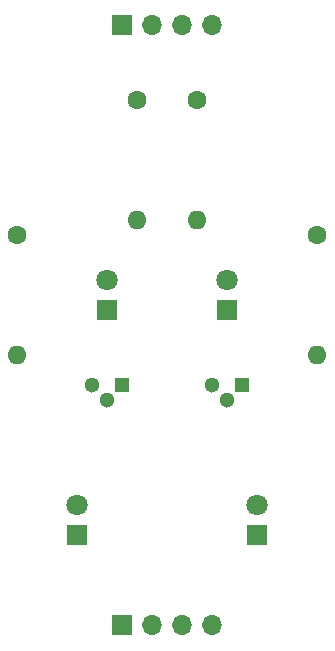
<source format=gbr>
%TF.GenerationSoftware,KiCad,Pcbnew,5.99.0+really5.1.12+dfsg1-1*%
%TF.CreationDate,2021-11-22T09:43:57-05:00*%
%TF.ProjectId,N OR,4e204f52-2e6b-4696-9361-645f70636258,rev?*%
%TF.SameCoordinates,Original*%
%TF.FileFunction,Soldermask,Bot*%
%TF.FilePolarity,Negative*%
%FSLAX46Y46*%
G04 Gerber Fmt 4.6, Leading zero omitted, Abs format (unit mm)*
G04 Created by KiCad (PCBNEW 5.99.0+really5.1.12+dfsg1-1) date 2021-11-22 09:43:57*
%MOMM*%
%LPD*%
G01*
G04 APERTURE LIST*
%ADD10O,1.700000X1.700000*%
%ADD11R,1.700000X1.700000*%
%ADD12R,1.800000X1.800000*%
%ADD13C,1.800000*%
%ADD14C,1.600000*%
%ADD15O,1.600000X1.600000*%
%ADD16R,1.300000X1.300000*%
%ADD17C,1.300000*%
G04 APERTURE END LIST*
D10*
%TO.C,Output Header*%
X142240000Y-99060000D03*
X139700000Y-99060000D03*
X137160000Y-99060000D03*
D11*
X134620000Y-99060000D03*
%TD*%
D10*
%TO.C,Input Header*%
X142240000Y-48260000D03*
X139700000Y-48260000D03*
X137160000Y-48260000D03*
D11*
X134620000Y-48260000D03*
%TD*%
D12*
%TO.C,OR LED*%
X130810000Y-91440000D03*
D13*
X130810000Y-88900000D03*
%TD*%
D14*
%TO.C,2.35k*%
X125730000Y-66040000D03*
D15*
X125730000Y-76200000D03*
%TD*%
%TO.C,2.35k*%
X151130000Y-76200000D03*
D14*
X151130000Y-66040000D03*
%TD*%
D15*
%TO.C,10k*%
X140970000Y-64770000D03*
D14*
X140970000Y-54610000D03*
%TD*%
D15*
%TO.C,10k*%
X135890000Y-64770000D03*
D14*
X135890000Y-54610000D03*
%TD*%
D13*
%TO.C,A LED*%
X133350000Y-69850000D03*
D12*
X133350000Y-72390000D03*
%TD*%
D13*
%TO.C,NOR LED*%
X146050000Y-88900000D03*
D12*
X146050000Y-91440000D03*
%TD*%
D13*
%TO.C,B LED*%
X143510000Y-69850000D03*
D12*
X143510000Y-72390000D03*
%TD*%
D16*
%TO.C,2N2222*%
X144780000Y-78740000D03*
D17*
X142240000Y-78740000D03*
X143510000Y-80010000D03*
%TD*%
D16*
%TO.C,2N2222*%
X134620000Y-78740000D03*
D17*
X132080000Y-78740000D03*
X133350000Y-80010000D03*
%TD*%
M02*

</source>
